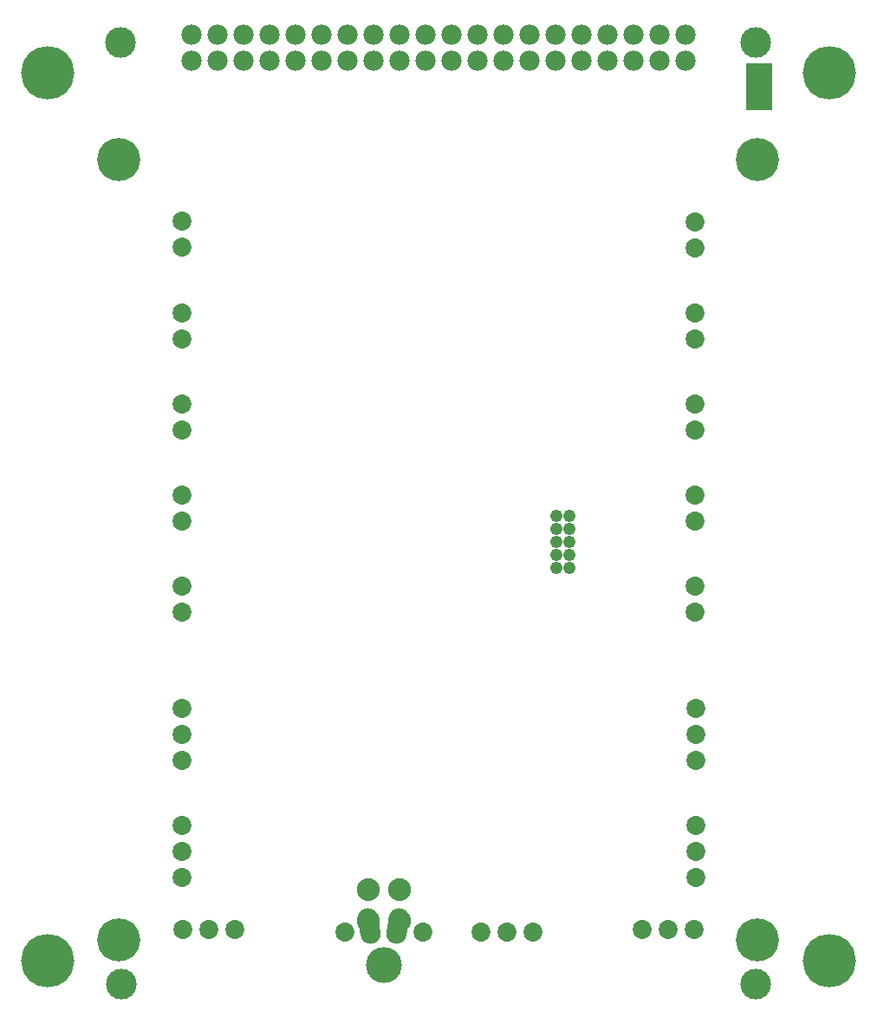
<source format=gbs>
G04*
G04 #@! TF.GenerationSoftware,Altium Limited,Altium Designer,20.1.12 (249)*
G04*
G04 Layer_Color=16711935*
%FSLAX25Y25*%
%MOIN*%
G70*
G04*
G04 #@! TF.SameCoordinates,2042196E-867F-4DAE-B54E-166F92C2B522*
G04*
G04*
G04 #@! TF.FilePolarity,Negative*
G04*
G01*
G75*
%ADD16R,0.10000X0.18000*%
%ADD20C,0.11811*%
%ADD39C,0.02800*%
%ADD40C,0.20485*%
G04:AMPARAMS|DCode=41|XSize=138mil|YSize=78mil|CornerRadius=0mil|HoleSize=0mil|Usage=FLASHONLY|Rotation=100.000|XOffset=0mil|YOffset=0mil|HoleType=Round|Shape=Round|*
%AMOVALD41*
21,1,0.06000,0.07800,0.00000,0.00000,100.0*
1,1,0.07800,0.00521,-0.02954*
1,1,0.07800,-0.00521,0.02954*
%
%ADD41OVALD41*%

G04:AMPARAMS|DCode=42|XSize=138mil|YSize=78mil|CornerRadius=0mil|HoleSize=0mil|Usage=FLASHONLY|Rotation=80.000|XOffset=0mil|YOffset=0mil|HoleType=Round|Shape=Round|*
%AMOVALD42*
21,1,0.06000,0.07800,0.00000,0.00000,80.0*
1,1,0.07800,-0.00521,-0.02954*
1,1,0.07800,0.00521,0.02954*
%
%ADD42OVALD42*%

%ADD43C,0.13811*%
%ADD44C,0.08800*%
%ADD45C,0.16548*%
%ADD46C,0.07800*%
%ADD47C,0.07300*%
%ADD48C,0.04800*%
D16*
X517000Y565500D02*
D03*
D20*
X515748Y220472D02*
D03*
Y582677D02*
D03*
X271654Y220472D02*
D03*
X271500Y582677D02*
D03*
D39*
X249315Y223685D02*
D03*
X237315D02*
D03*
Y235685D02*
D03*
X234815Y229685D02*
D03*
X243315Y221185D02*
D03*
X249315Y235685D02*
D03*
X251815Y229685D02*
D03*
X243315Y238185D02*
D03*
Y579315D02*
D03*
X251815Y570815D02*
D03*
X249315Y576815D02*
D03*
X243315Y562315D02*
D03*
X234815Y570815D02*
D03*
X237315Y576815D02*
D03*
Y564815D02*
D03*
X249315D02*
D03*
X550185D02*
D03*
X538185D02*
D03*
Y576815D02*
D03*
X535685Y570815D02*
D03*
X544185Y562315D02*
D03*
X550185Y576815D02*
D03*
X552685Y570815D02*
D03*
X544185Y579315D02*
D03*
Y238130D02*
D03*
X552685Y229630D02*
D03*
X550185Y235630D02*
D03*
X544185Y221130D02*
D03*
X535685Y229630D02*
D03*
X538185Y235630D02*
D03*
Y223630D02*
D03*
X550185D02*
D03*
D40*
X243315Y229685D02*
D03*
Y570815D02*
D03*
X544185D02*
D03*
Y229630D02*
D03*
D41*
X367151Y242776D02*
D03*
D42*
X378188Y242934D02*
D03*
D43*
X372701Y228000D02*
D03*
D44*
X378606Y245000D02*
D03*
X366795D02*
D03*
X378606Y256819D02*
D03*
X366795D02*
D03*
D45*
X516535Y237402D02*
D03*
X270866D02*
D03*
X516535Y537402D02*
D03*
X270866D02*
D03*
D46*
X488701Y575551D02*
D03*
Y585551D02*
D03*
X478701Y575551D02*
D03*
Y585551D02*
D03*
X468701Y575551D02*
D03*
Y585551D02*
D03*
X458701Y575551D02*
D03*
Y585551D02*
D03*
X448701Y575551D02*
D03*
Y585551D02*
D03*
X438701Y575551D02*
D03*
Y585551D02*
D03*
X428701Y575551D02*
D03*
Y585551D02*
D03*
X418701Y575551D02*
D03*
Y585551D02*
D03*
X408701Y575551D02*
D03*
Y585551D02*
D03*
X398701Y575551D02*
D03*
Y585551D02*
D03*
X388701Y575551D02*
D03*
Y585551D02*
D03*
X378701Y575551D02*
D03*
Y585551D02*
D03*
X368701Y575551D02*
D03*
Y585551D02*
D03*
X358701Y575551D02*
D03*
Y585551D02*
D03*
X348701Y575551D02*
D03*
Y585551D02*
D03*
X338701Y575551D02*
D03*
Y585551D02*
D03*
X328701Y575551D02*
D03*
Y585551D02*
D03*
X318701Y575551D02*
D03*
Y585551D02*
D03*
X308701Y575551D02*
D03*
Y585551D02*
D03*
X298701Y575551D02*
D03*
Y585551D02*
D03*
D47*
X430000Y240500D02*
D03*
X420000D02*
D03*
X410000D02*
D03*
X294876Y504000D02*
D03*
Y514000D02*
D03*
X492500Y513376D02*
D03*
Y503376D02*
D03*
X294876Y468500D02*
D03*
Y478500D02*
D03*
X492500Y478376D02*
D03*
Y468376D02*
D03*
X294876Y433500D02*
D03*
Y443500D02*
D03*
X492500Y443376D02*
D03*
Y433376D02*
D03*
X294876Y398500D02*
D03*
Y408500D02*
D03*
X492500Y408376D02*
D03*
Y398376D02*
D03*
X294876Y363500D02*
D03*
Y373500D02*
D03*
X492500Y373376D02*
D03*
Y363376D02*
D03*
X294876Y306500D02*
D03*
Y316500D02*
D03*
Y326500D02*
D03*
X492624D02*
D03*
Y316500D02*
D03*
Y306500D02*
D03*
X294876Y261500D02*
D03*
Y271500D02*
D03*
Y281500D02*
D03*
X492624D02*
D03*
Y271500D02*
D03*
Y261500D02*
D03*
X492000Y241500D02*
D03*
X482000D02*
D03*
X472000D02*
D03*
X315500D02*
D03*
X305500D02*
D03*
X295500D02*
D03*
X357701Y240500D02*
D03*
X367701D02*
D03*
X377701D02*
D03*
X387701D02*
D03*
D48*
X439000Y390500D02*
D03*
X444000D02*
D03*
Y385500D02*
D03*
X439000D02*
D03*
Y380500D02*
D03*
X444000D02*
D03*
Y395500D02*
D03*
X439000D02*
D03*
Y400500D02*
D03*
X444000D02*
D03*
M02*

</source>
